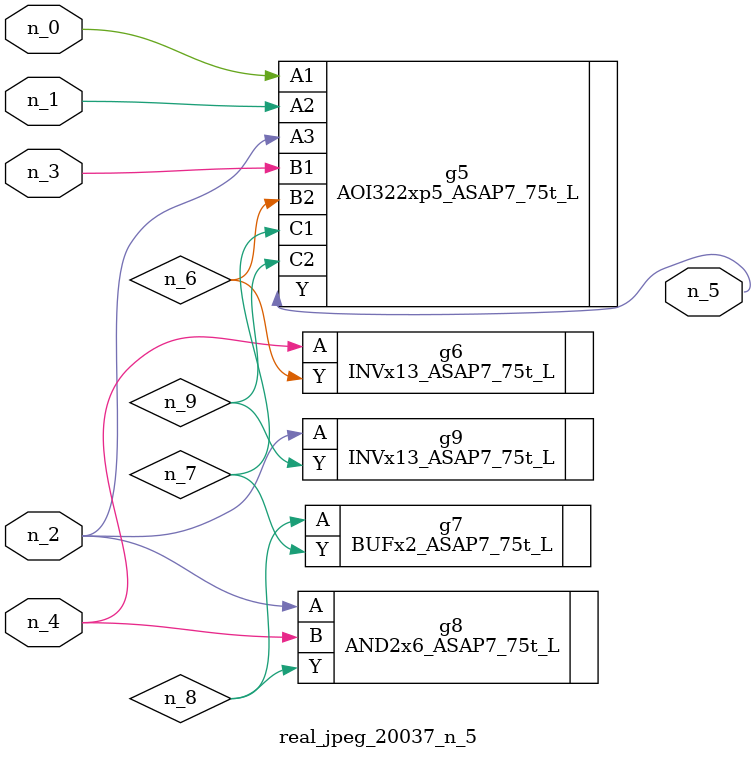
<source format=v>
module real_jpeg_20037_n_5 (n_4, n_0, n_1, n_2, n_3, n_5);

input n_4;
input n_0;
input n_1;
input n_2;
input n_3;

output n_5;

wire n_8;
wire n_6;
wire n_7;
wire n_9;

AOI322xp5_ASAP7_75t_L g5 ( 
.A1(n_0),
.A2(n_1),
.A3(n_2),
.B1(n_3),
.B2(n_6),
.C1(n_7),
.C2(n_9),
.Y(n_5)
);

AND2x6_ASAP7_75t_L g8 ( 
.A(n_2),
.B(n_4),
.Y(n_8)
);

INVx13_ASAP7_75t_L g9 ( 
.A(n_2),
.Y(n_9)
);

INVx13_ASAP7_75t_L g6 ( 
.A(n_4),
.Y(n_6)
);

BUFx2_ASAP7_75t_L g7 ( 
.A(n_8),
.Y(n_7)
);


endmodule
</source>
